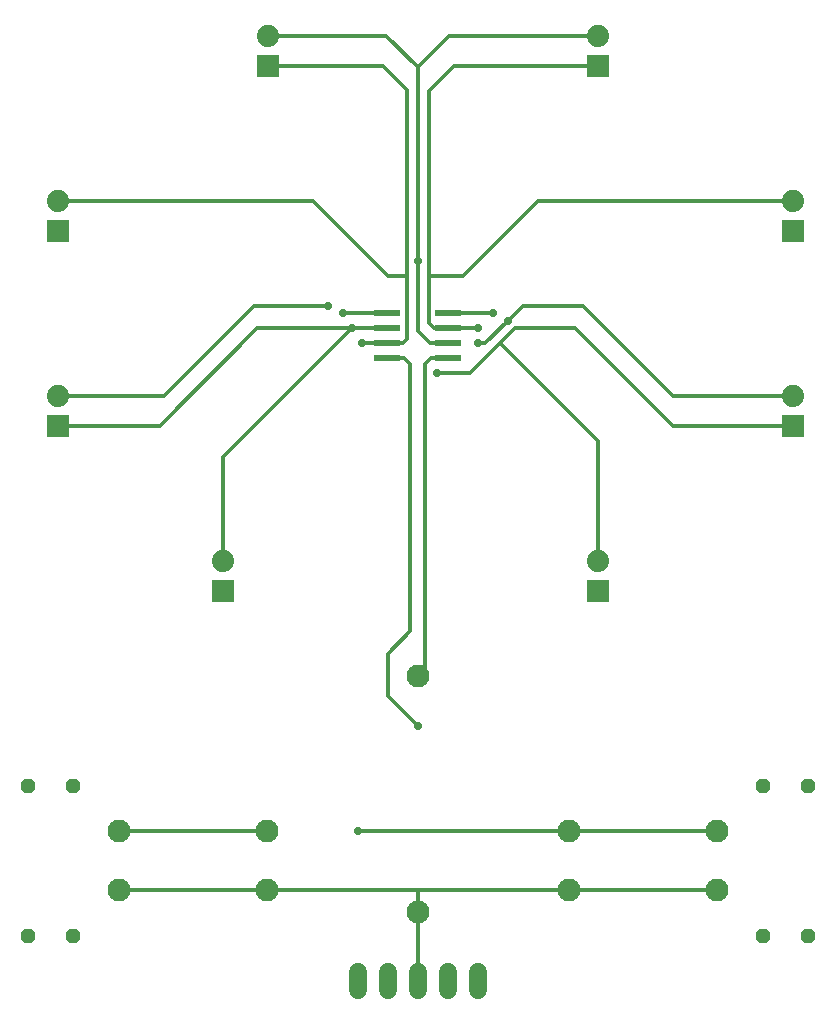
<source format=gbr>
G04 EAGLE Gerber X2 export*
%TF.Part,Single*%
%TF.FileFunction,Copper,L1,Top,Mixed*%
%TF.FilePolarity,Positive*%
%TF.GenerationSoftware,Autodesk,EAGLE,8.7.0*%
%TF.CreationDate,2018-04-04T18:07:55Z*%
G75*
%MOMM*%
%FSLAX34Y34*%
%LPD*%
%AMOC8*
5,1,8,0,0,1.08239X$1,22.5*%
G01*
%ADD10C,1.950000*%
%ADD11R,1.879600X1.879600*%
%ADD12C,1.879600*%
%ADD13R,2.200000X0.600000*%
%ADD14C,1.524000*%
%ADD15P,1.319650X8X112.500000*%
%ADD16C,0.304800*%
%ADD17C,0.705600*%


D10*
X444500Y296300D03*
X444500Y96300D03*
D11*
X596900Y812800D03*
D12*
X596900Y838200D03*
D11*
X762000Y673100D03*
D12*
X762000Y698500D03*
D10*
X697500Y114700D03*
X572500Y114700D03*
X697500Y164700D03*
X572500Y164700D03*
X316500Y114700D03*
X191500Y114700D03*
X316500Y164700D03*
X191500Y164700D03*
D13*
X470500Y577850D03*
X418500Y577850D03*
X470500Y565150D03*
X470500Y590550D03*
X470500Y603250D03*
X418500Y565150D03*
X418500Y590550D03*
X418500Y603250D03*
D11*
X762000Y508000D03*
D12*
X762000Y533400D03*
D11*
X596900Y368300D03*
D12*
X596900Y393700D03*
D11*
X139700Y508000D03*
D12*
X139700Y533400D03*
D11*
X279400Y368300D03*
D12*
X279400Y393700D03*
D11*
X317500Y812800D03*
D12*
X317500Y838200D03*
D11*
X139700Y673100D03*
D12*
X139700Y698500D03*
D14*
X393700Y45720D02*
X393700Y30480D01*
X419100Y30480D02*
X419100Y45720D01*
X444500Y45720D02*
X444500Y30480D01*
X469900Y30480D02*
X469900Y45720D01*
X495300Y45720D02*
X495300Y30480D01*
D15*
X152400Y76200D03*
X152400Y203200D03*
X114300Y76200D03*
X114300Y203200D03*
X736600Y76200D03*
X736600Y203200D03*
X774700Y76200D03*
X774700Y203200D03*
D16*
X444500Y96300D02*
X444500Y38100D01*
X444500Y96300D02*
X444500Y114300D01*
X444500Y254000D02*
X419100Y279400D01*
X419100Y314960D01*
X438150Y334010D01*
X438150Y560070D01*
X316500Y114700D02*
X191500Y114700D01*
X572500Y114700D02*
X697500Y114700D01*
X444100Y114700D02*
X316500Y114700D01*
X444100Y114700D02*
X444500Y114300D01*
X444900Y114700D02*
X572500Y114700D01*
X444900Y114700D02*
X444500Y114300D01*
D17*
X444500Y254000D03*
D16*
X438150Y560070D02*
X433070Y565150D01*
X418500Y565150D01*
X450850Y302650D02*
X444500Y296300D01*
X450850Y302650D02*
X450850Y546100D01*
X450850Y548640D01*
X469900Y564550D02*
X470500Y565150D01*
X450850Y560070D02*
X450850Y548640D01*
X450850Y560070D02*
X455930Y565150D01*
X470500Y565150D01*
X572500Y164700D02*
X697500Y164700D01*
D17*
X508000Y603250D03*
D16*
X470500Y603250D01*
X394100Y164700D02*
X572500Y164700D01*
X394100Y164700D02*
X393700Y165100D01*
D17*
X393700Y165100D03*
D16*
X316500Y164700D02*
X191500Y164700D01*
D17*
X381000Y603250D03*
D16*
X418500Y603250D01*
D17*
X397510Y577850D03*
D16*
X418500Y577850D01*
X415290Y812800D02*
X317500Y812800D01*
X435610Y792480D02*
X435610Y635000D01*
X435610Y581660D01*
X431800Y577850D01*
X418500Y577850D01*
X435610Y792480D02*
X415290Y812800D01*
X355600Y698500D02*
X139700Y698500D01*
X355600Y698500D02*
X419100Y635000D01*
X435610Y635000D01*
X596900Y495300D02*
X596900Y393700D01*
X488950Y552450D02*
X461010Y552450D01*
X577850Y590550D02*
X660400Y508000D01*
X577850Y590550D02*
X527050Y590550D01*
X514350Y577850D01*
X488950Y552450D01*
X660400Y508000D02*
X762000Y508000D01*
X596900Y495300D02*
X514350Y577850D01*
D17*
X461010Y552450D03*
X388620Y590550D03*
D16*
X418500Y590550D01*
X388620Y590550D02*
X279400Y481330D01*
X279400Y393700D01*
X226060Y508000D02*
X308610Y590550D01*
X388620Y590550D01*
X226060Y508000D02*
X139700Y508000D01*
X584200Y609600D02*
X660400Y533400D01*
X584200Y609600D02*
X533400Y609600D01*
X520700Y596900D01*
D17*
X495300Y577850D03*
D16*
X501650Y577850D02*
X520700Y596900D01*
X501650Y577850D02*
X495300Y577850D01*
X660400Y533400D02*
X762000Y533400D01*
D17*
X520700Y596900D03*
D16*
X417830Y838200D02*
X317500Y838200D01*
X417830Y838200D02*
X444500Y811530D01*
X444500Y647700D01*
X444500Y588010D01*
X454660Y577850D01*
X470500Y577850D01*
X471170Y838200D02*
X596900Y838200D01*
X471170Y838200D02*
X444500Y811530D01*
D17*
X444500Y647700D03*
D16*
X229870Y533400D02*
X139700Y533400D01*
X306070Y609600D02*
X368300Y609600D01*
D17*
X368300Y609600D03*
X495300Y590550D03*
D16*
X470500Y590550D01*
X306070Y609600D02*
X229870Y533400D01*
X474980Y812800D02*
X596900Y812800D01*
X453912Y791732D02*
X453912Y635000D01*
X453912Y595108D01*
X453912Y791732D02*
X474980Y812800D01*
X453912Y595108D02*
X458470Y590550D01*
X470500Y590550D01*
X546100Y698500D02*
X762000Y698500D01*
X546100Y698500D02*
X482600Y635000D01*
X453912Y635000D01*
M02*

</source>
